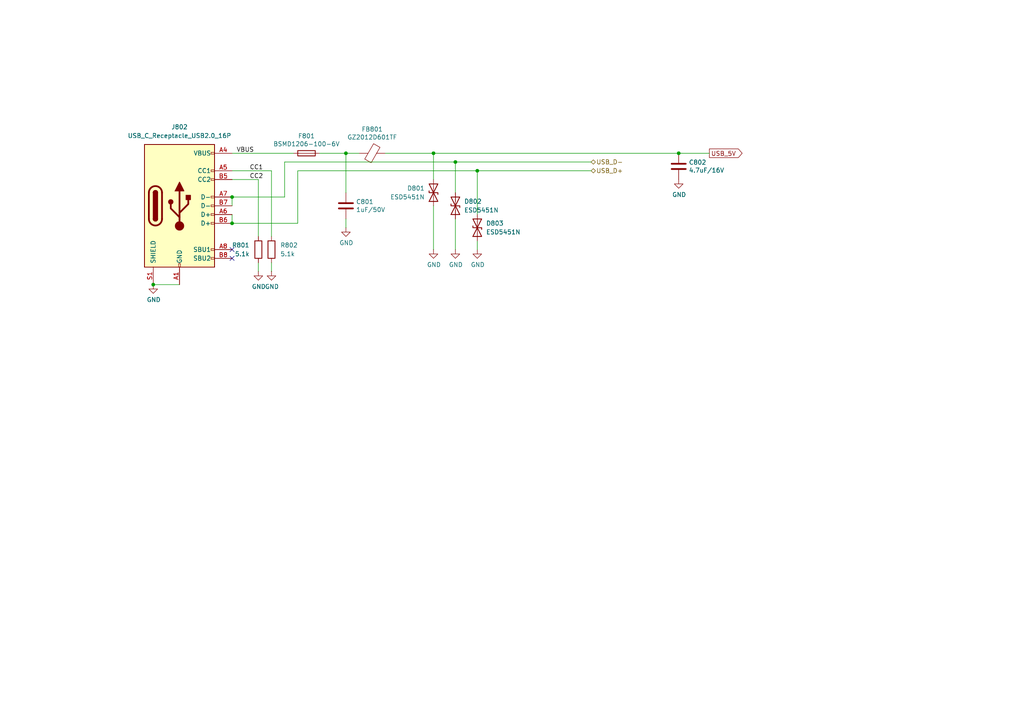
<source format=kicad_sch>
(kicad_sch (version 20231120) (generator "eeschema") (generator_version "8.0")
  (paper "A4")
  (title_block (title "Hat Labs Serial Interface Device (HALSER)") (date "2024-11-20") (rev "1.0.0-a1") (company "Hat Labs oy") (comment 1 "https://creativecommons.org/licenses/by-sa/4.0") (comment 2 "To view a copy of this license, visit ") (comment 3 "HALMET is licensed under CC BY-SA 4.0."))
  (lib_symbols
    (symbol "Connector:USB_C_Receptacle_USB2.0_16P" (pin_names (offset 1.016))
      (property "Reference" "J" (at 0 22.225 0))
      (property "Value" "USB_C_Receptacle_USB2.0_16P" (at 0 19.685 0))
      (symbol "USB_C_Receptacle_USB2.0_16P_0_0"
        (rectangle (start -0.254 -17.78) (end 0.254 -16.764))
        (rectangle (start 10.16 -14.986) (end 9.144 -15.494))
        (rectangle (start 10.16 -12.446) (end 9.144 -12.954))
        (rectangle (start 10.16 -4.826) (end 9.144 -5.334))
        (rectangle (start 10.16 -2.286) (end 9.144 -2.794))
        (rectangle (start 10.16 0.254) (end 9.144 -0.254))
        (rectangle (start 10.16 2.794) (end 9.144 2.286))
        (rectangle (start 10.16 7.874) (end 9.144 7.366))
        (rectangle (start 10.16 10.414) (end 9.144 9.906))
        (rectangle (start 10.16 15.494) (end 9.144 14.986))
      )
      (symbol "USB_C_Receptacle_USB2.0_16P_0_1"
        (rectangle (start -10.16 17.78) (end 10.16 -17.78) (stroke (width 0.254)) (fill (type background)))
        (arc (start -8.89 -3.81) (mid -6.985 -5.7067) (end -5.08 -3.81) (stroke (width 0.508)))
        (arc (start -7.62 -3.81) (mid -6.985 -4.4423) (end -6.35 -3.81) (stroke (width 0.254)))
        (arc (start -7.62 -3.81) (mid -6.985 -4.4423) (end -6.35 -3.81) (stroke (width 0.254)) (fill (type outline)))
        (rectangle (start -7.62 -3.81) (end -6.35 3.81) (stroke (width 0.254)) (fill (type outline)))
        (arc (start -6.35 3.81) (mid -6.985 4.4423) (end -7.62 3.81) (stroke (width 0.254)))
        (arc (start -6.35 3.81) (mid -6.985 4.4423) (end -7.62 3.81) (stroke (width 0.254)) (fill (type outline)))
        (arc (start -5.08 3.81) (mid -6.985 5.7067) (end -8.89 3.81) (stroke (width 0.508)))
        (circle (center -2.54 1.143) (radius 0.635) (stroke (width 0.254)) (fill (type outline)))
        (circle (center 0 -5.842) (radius 1.27) (fill (type outline)))
        (polyline (pts (xy -8.89 -3.81) (xy -8.89 3.81)) (stroke (width 0.508)))
        (polyline (pts (xy -5.08 3.81) (xy -5.08 -3.81)) (stroke (width 0.508)))
        (polyline (pts (xy 0 -5.842) (xy 0 4.318)) (stroke (width 0.508)))
        (polyline (pts (xy 0 -3.302) (xy -2.54 -0.762) (xy -2.54 0.508)) (stroke (width 0.508)))
        (polyline (pts (xy 0 -2.032) (xy 2.54 0.508) (xy 2.54 1.778)) (stroke (width 0.508)))
        (polyline (pts (xy -1.27 4.318) (xy 0 6.858) (xy 1.27 4.318) (xy -1.27 4.318)) (stroke (width 0.254)) (fill (type outline)))
        (rectangle (start 1.905 1.778) (end 3.175 3.048) (stroke (width 0.254)) (fill (type outline)))
      )
      (symbol "USB_C_Receptacle_USB2.0_16P_1_1"
        (pin passive line (at 0 -22.86 90) (length 5.08) (name "GND") (number "A1"))
        (pin passive line (at 0 -22.86 90) (length 5.08) hide (name "GND") (number "A12"))
        (pin passive line (at 15.24 15.24 180) (length 5.08) (name "VBUS") (number "A4"))
        (pin bidirectional line (at 15.24 10.16 180) (length 5.08) (name "CC1") (number "A5"))
        (pin bidirectional line (at 15.24 -2.54 180) (length 5.08) (name "D+") (number "A6"))
        (pin bidirectional line (at 15.24 2.54 180) (length 5.08) (name "D-") (number "A7"))
        (pin bidirectional line (at 15.24 -12.7 180) (length 5.08) (name "SBU1") (number "A8"))
        (pin passive line (at 15.24 15.24 180) (length 5.08) hide (name "VBUS") (number "A9"))
        (pin passive line (at 0 -22.86 90) (length 5.08) hide (name "GND") (number "B1"))
        (pin passive line (at 0 -22.86 90) (length 5.08) hide (name "GND") (number "B12"))
        (pin passive line (at 15.24 15.24 180) (length 5.08) hide (name "VBUS") (number "B4"))
        (pin bidirectional line (at 15.24 7.62 180) (length 5.08) (name "CC2") (number "B5"))
        (pin bidirectional line (at 15.24 -5.08 180) (length 5.08) (name "D+") (number "B6"))
        (pin bidirectional line (at 15.24 0 180) (length 5.08) (name "D-") (number "B7"))
        (pin bidirectional line (at 15.24 -15.24 180) (length 5.08) (name "SBU2") (number "B8"))
        (pin passive line (at 15.24 15.24 180) (length 5.08) hide (name "VBUS") (number "B9"))
        (pin passive line (at -7.62 -22.86 90) (length 5.08) (name "SHIELD") (number "S1"))
      )
    )
    (symbol "Device:C" (pin_numbers hide) (pin_names (offset 0.254))
      (property "Reference" "C" (at 0.635 2.54 0))
      (property "Value" "C" (at 0.635 -2.54 0))
      (symbol "C_0_1"
        (polyline (pts (xy -2.032 -0.762) (xy 2.032 -0.762)) (stroke (width 0.508)))
        (polyline (pts (xy -2.032 0.762) (xy 2.032 0.762)) (stroke (width 0.508)))
      )
      (symbol "C_1_1"
        (pin passive line (at 0 3.81 270) (length 2.794) (name "~") (number "1"))
        (pin passive line (at 0 -3.81 90) (length 2.794) (name "~") (number "2"))
      )
    )
    (symbol "Device:D_TVS" (pin_numbers hide) (pin_names (offset 1.016) hide)
      (property "Reference" "D" (at 0 2.54 0))
      (property "Value" "D_TVS" (at 0 -2.54 0))
      (symbol "D_TVS_0_1"
        (polyline (pts (xy 1.27 0) (xy -1.27 0)))
        (polyline (pts (xy 0.508 1.27) (xy 0 1.27) (xy 0 -1.27) (xy -0.508 -1.27)) (stroke (width 0.254)))
        (polyline (pts (xy -2.54 1.27) (xy -2.54 -1.27) (xy 2.54 1.27) (xy 2.54 -1.27) (xy -2.54 1.27)) (stroke (width 0.254)))
      )
      (symbol "D_TVS_1_1"
        (pin passive line (at -3.81 0 0) (length 2.54) (name "A1") (number "1"))
        (pin passive line (at 3.81 0 180) (length 2.54) (name "A2") (number "2"))
      )
    )
    (symbol "Device:FerriteBead" (pin_numbers hide) (pin_names (offset 0))
      (property "Reference" "FB" (at -3.81 0.635 90))
      (property "Value" "FerriteBead" (at 3.81 0 90))
      (symbol "FerriteBead_0_1"
        (polyline (pts (xy 0 -1.27) (xy 0 -1.2192)))
        (polyline (pts (xy 0 1.27) (xy 0 1.2954)))
        (polyline (pts (xy -2.7686 0.4064) (xy -1.7018 2.2606) (xy 2.7686 -0.3048) (xy 1.6764 -2.159) (xy -2.7686 0.4064)))
      )
      (symbol "FerriteBead_1_1"
        (pin passive line (at 0 3.81 270) (length 2.54) (name "~") (number "1"))
        (pin passive line (at 0 -3.81 90) (length 2.54) (name "~") (number "2"))
      )
    )
    (symbol "Device:Fuse" (pin_numbers hide) (pin_names (offset 0))
      (property "Reference" "F" (at 2.032 0 90))
      (property "Value" "Fuse" (at -1.905 0 90))
      (symbol "Fuse_0_1"
        (rectangle (start -0.762 -2.54) (end 0.762 2.54) (stroke (width 0.254)))
        (polyline (pts (xy 0 2.54) (xy 0 -2.54)))
      )
      (symbol "Fuse_1_1"
        (pin passive line (at 0 3.81 270) (length 1.27) (name "~") (number "1"))
        (pin passive line (at 0 -3.81 90) (length 1.27) (name "~") (number "2"))
      )
    )
    (symbol "Device:R" (pin_numbers hide) (pin_names (offset 0))
      (property "Reference" "R" (at 2.032 0 90))
      (property "Value" "R" (at 0 0 90))
      (symbol "R_0_1"
        (rectangle (start -1.016 -2.54) (end 1.016 2.54) (stroke (width 0.254)))
      )
      (symbol "R_1_1"
        (pin passive line (at 0 3.81 270) (length 1.27) (name "~") (number "1"))
        (pin passive line (at 0 -3.81 90) (length 1.27) (name "~") (number "2"))
      )
    )
    (symbol "power:GND" (power) (pin_numbers hide) (pin_names (offset 0) hide)
      (property "Value" "GND" (at 0 -3.81 0))
      (symbol "GND_0_1"
        (polyline (pts (xy 0 0) (xy 0 -1.27) (xy 1.27 -1.27) (xy 0 -2.54) (xy -1.27 -1.27) (xy 0 -1.27)))
      )
      (symbol "GND_1_1"
        (pin power_in line (at 0 0 270) (length 0) (name "~") (number "1"))
      )
    )
  )
  (junction (at 67.31 64.77))
  (junction (at 100.33 44.45))
  (junction (at 132.08 46.99))
  (junction (at 44.45 82.55))
  (junction (at 67.31 57.15))
  (junction (at 196.85 44.45))
  (junction (at 125.73 44.45))
  (junction (at 138.43 49.53))
  (no_connect (at 67.31 72.39))
  (no_connect (at 67.31 74.93))
  (wire (pts (xy 67.31 57.15) (xy 82.55 57.15)))
  (wire (pts (xy 100.33 44.45) (xy 104.14 44.45)))
  (wire (pts (xy 74.93 52.07) (xy 67.31 52.07)))
  (wire (pts (xy 132.08 46.99) (xy 171.45 46.99)))
  (wire (pts (xy 111.76 44.45) (xy 125.73 44.45)))
  (wire (pts (xy 67.31 62.23) (xy 67.31 64.77)))
  (wire (pts (xy 78.74 68.58) (xy 78.74 49.53)))
  (wire (pts (xy 100.33 55.88) (xy 100.33 44.45)))
  (wire (pts (xy 67.31 44.45) (xy 85.09 44.45)))
  (wire (pts (xy 132.08 72.39) (xy 132.08 63.5)))
  (wire (pts (xy 138.43 49.53) (xy 171.45 49.53)))
  (wire (pts (xy 125.73 44.45) (xy 196.85 44.45)))
  (wire (pts (xy 44.45 82.55) (xy 52.07 82.55)))
  (wire (pts (xy 74.93 76.2) (xy 74.93 78.74)))
  (wire (pts (xy 86.36 49.53) (xy 138.43 49.53)))
  (wire (pts (xy 82.55 46.99) (xy 132.08 46.99)))
  (wire (pts (xy 74.93 68.58) (xy 74.93 52.07)))
  (wire (pts (xy 196.85 44.45) (xy 205.74 44.45)))
  (wire (pts (xy 132.08 46.99) (xy 132.08 55.88)))
  (wire (pts (xy 100.33 66.04) (xy 100.33 63.5)))
  (wire (pts (xy 78.74 76.2) (xy 78.74 78.74)))
  (wire (pts (xy 125.73 44.45) (xy 125.73 52.07)))
  (wire (pts (xy 86.36 49.53) (xy 86.36 64.77)))
  (wire (pts (xy 92.71 44.45) (xy 100.33 44.45)))
  (wire (pts (xy 78.74 49.53) (xy 67.31 49.53)))
  (wire (pts (xy 67.31 57.15) (xy 67.31 59.69)))
  (wire (pts (xy 138.43 49.53) (xy 138.43 62.23)))
  (wire (pts (xy 82.55 46.99) (xy 82.55 57.15)))
  (wire (pts (xy 138.43 72.39) (xy 138.43 69.85)))
  (wire (pts (xy 67.31 64.77) (xy 86.36 64.77)))
  (wire (pts (xy 125.73 59.69) (xy 125.73 72.39)))
  (label "CC1" (at 72.39 49.53 0))
  (label "VBUS" (at 68.58 44.45 0))
  (label "CC2" (at 72.39 52.07 0))
  (global_label "USB_5V" (shape output) (at 205.74 44.45 0) (property "Intersheetrefs" "${INTERSHEET_REFS}" (effects (hide yes))))
  (hierarchical_label "USB_D-" (shape bidirectional) (at 171.45 46.99 0))
  (hierarchical_label "USB_D+" (shape bidirectional) (at 171.45 49.53 0))
  (symbol (lib_id "power:GND") (at 44.45 82.55 0) (unit 1)
    (property "Reference" "#PWR0801" (effects (hide yes)))
    (property "Value" "GND" (at 44.577 86.9442 0))
    (property "Description" "Power symbol creates a global label with name \"GND\" , ground" (effects (hide yes)))
  )
  (symbol (lib_id "Device:C") (at 196.85 48.26 0) (unit 1)
    (property "Reference" "C802" (at 199.771 47.0916 0) (effects (justify left)))
    (property "Value" "4.7uF/16V" (at 199.771 49.403 0) (effects (justify left)))
    (property "Footprint" "Capacitor_SMD:C_0603_1608Metric" (effects (hide yes)))
    (property "LCSC" "C19666" (effects (hide yes)))
  )
  (symbol (lib_id "power:GND") (at 196.85 52.07 0) (unit 1)
    (property "Reference" "#PWR0808" (effects (hide yes)))
    (property "Value" "GND" (at 196.977 56.4642 0))
    (property "Description" "Power symbol creates a global label with name \"GND\" , ground" (effects (hide yes)))
  )
  (symbol (lib_id "Device:FerriteBead") (at 107.95 44.45 270) (unit 1)
    (property "Reference" "FB801" (at 107.95 37.4904 90))
    (property "Value" "GZ2012D601TF" (at 107.95 39.8018 90))
    (property "Footprint" "Inductor_SMD:L_0805_2012Metric" (effects (hide yes)))
    (property "LCSC" "C1017" (effects (hide yes)))
  )
  (symbol (lib_id "Device:Fuse") (at 88.9 44.45 270) (unit 1)
    (property "Reference" "F801" (at 88.9 39.4462 90))
    (property "Value" "BSMD1206-100-6V" (at 88.9 41.7576 90))
    (property "Footprint" "Fuse:Fuse_1206_3216Metric" (effects (hide yes)))
    (property "Datasheet" "https://datasheet.lcsc.com/lcsc/2305121423_BHFUSE-BSMD1206-100-6V_C883129.pdf" (effects (hide yes)))
    (property "LCSC" "C883129" (effects (hide yes)))
  )
  (symbol (lib_id "Device:C") (at 100.33 59.69 0) (unit 1)
    (property "Reference" "C801" (at 103.251 58.5216 0) (effects (justify left)))
    (property "Value" "1uF/50V" (at 103.251 60.833 0) (effects (justify left)))
    (property "Footprint" "Capacitor_SMD:C_0603_1608Metric" (effects (hide yes)))
    (property "LCSC" "C15849" (effects (hide yes)))
  )
  (symbol (lib_id "power:GND") (at 100.33 66.04 0) (unit 1)
    (property "Reference" "#PWR0804" (effects (hide yes)))
    (property "Value" "GND" (at 100.457 70.4342 0))
    (property "Description" "Power symbol creates a global label with name \"GND\" , ground" (effects (hide yes)))
  )
  (symbol (lib_id "Device:R") (at 78.74 72.39 0) (unit 1)
    (property "Reference" "R802" (at 81.28 71.1199 0) (effects (justify left)))
    (property "Value" "5.1k" (at 81.28 73.6599 0) (effects (justify left)))
    (property "Footprint" "Resistor_SMD:R_0402_1005Metric" (effects (hide yes)))
    (property "Description" "Resistor" (effects (hide yes)))
    (property "LCSC" "C25905" (effects (hide yes)))
  )
  (symbol (lib_id "power:GND") (at 138.43 72.39 0) (unit 1)
    (property "Reference" "#PWR0807" (effects (hide yes)))
    (property "Value" "GND" (at 138.557 76.7842 0))
    (property "Description" "Power symbol creates a global label with name \"GND\" , ground" (effects (hide yes)))
  )
  (symbol (lib_id "Device:D_TVS") (at 132.08 59.69 90) (unit 1)
    (property "Reference" "D802" (at 134.62 58.4199 90) (effects (justify right)))
    (property "Value" "ESD5451N" (at 134.62 60.9599 90) (effects (justify right)))
    (property "Footprint" "Diode_SMD:D_0402_1005Metric" (effects (hide yes)))
    (property "LCSC" "C2936977" (effects (hide yes)))
  )
  (symbol (lib_id "Device:R") (at 74.93 72.39 0) (mirror y) (unit 1)
    (property "Reference" "R801" (at 72.39 71.1199 0) (effects (justify left)))
    (property "Value" "5.1k" (at 72.39 73.6599 0) (effects (justify left)))
    (property "Footprint" "Resistor_SMD:R_0402_1005Metric" (effects (hide yes)))
    (property "Description" "Resistor" (effects (hide yes)))
    (property "LCSC" "C25905" (effects (hide yes)))
  )
  (symbol (lib_id "Device:D_TVS") (at 138.43 66.04 90) (unit 1)
    (property "Reference" "D803" (at 140.97 64.7699 90) (effects (justify right)))
    (property "Value" "ESD5451N" (at 140.97 67.3099 90) (effects (justify right)))
    (property "Footprint" "Diode_SMD:D_0402_1005Metric" (effects (hide yes)))
    (property "LCSC" "C2936977" (effects (hide yes)))
  )
  (symbol (lib_id "power:GND") (at 78.74 78.74 0) (unit 1)
    (property "Reference" "#PWR0803" (effects (hide yes)))
    (property "Value" "GND" (at 78.867 83.1342 0))
    (property "Description" "Power symbol creates a global label with name \"GND\" , ground" (effects (hide yes)))
  )
  (symbol (lib_id "power:GND") (at 125.73 72.39 0) (unit 1)
    (property "Reference" "#PWR0805" (effects (hide yes)))
    (property "Value" "GND" (at 125.857 76.7842 0))
    (property "Description" "Power symbol creates a global label with name \"GND\" , ground" (effects (hide yes)))
  )
  (symbol (lib_id "Connector:USB_C_Receptacle_USB2.0_16P") (at 52.07 59.69 0) (unit 1)
    (property "Reference" "J802" (at 52.07 36.83 0))
    (property "Value" "USB_C_Receptacle_USB2.0_16P" (at 52.07 39.37 0))
    (property "Footprint" "HALSER:Shou Han Type-C 16P LTH6.8" (effects (hide yes)))
    (property "Description" "USB 2.0-only 16P Type-C Receptacle connector" (effects (hide yes)))
    (property "LCSC" "C5187468" (effects (hide yes)))
  )
  (symbol (lib_id "power:GND") (at 74.93 78.74 0) (unit 1)
    (property "Reference" "#PWR0802" (effects (hide yes)))
    (property "Value" "GND" (at 75.057 83.1342 0))
    (property "Description" "Power symbol creates a global label with name \"GND\" , ground" (effects (hide yes)))
  )
  (symbol (lib_id "Device:D_TVS") (at 125.73 55.88 90) (unit 1)
    (property "Reference" "D801" (at 123.19 54.61 90) (effects (justify left)))
    (property "Value" "ESD5451N" (at 123.19 57.15 90) (effects (justify left)))
    (property "Footprint" "Diode_SMD:D_0402_1005Metric" (effects (hide yes)))
    (property "LCSC" "C2936977" (effects (hide yes)))
  )
  (symbol (lib_id "power:GND") (at 132.08 72.39 0) (unit 1)
    (property "Reference" "#PWR0806" (effects (hide yes)))
    (property "Value" "GND" (at 132.207 76.7842 0))
    (property "Description" "Power symbol creates a global label with name \"GND\" , ground" (effects (hide yes)))
  )
)
</source>
